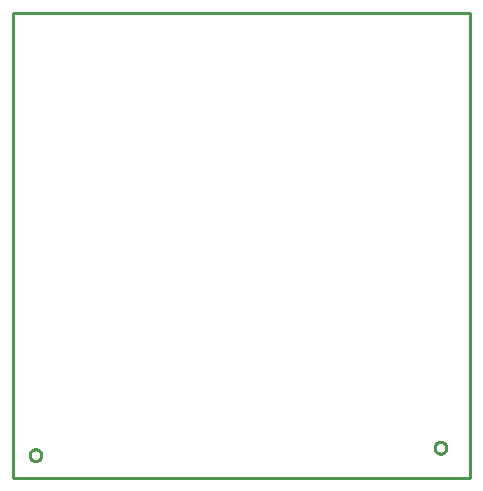
<source format=gbr>
G04 EAGLE Gerber X2 export*
%TF.Part,Single*%
%TF.FileFunction,Profile,NP*%
%TF.FilePolarity,Positive*%
%TF.GenerationSoftware,Autodesk,EAGLE,8.6.0*%
%TF.CreationDate,2018-03-02T20:01:04Z*%
G75*
%MOMM*%
%FSLAX34Y34*%
%LPD*%
%AMOC8*
5,1,8,0,0,1.08239X$1,22.5*%
G01*
%ADD10C,0.254000*%


D10*
X-12700Y-6350D02*
X374600Y-6350D01*
X374600Y387300D01*
X-12700Y387300D01*
X-12700Y-6350D01*
X354250Y18769D02*
X354187Y18211D01*
X354062Y17664D01*
X353877Y17134D01*
X353633Y16628D01*
X353334Y16152D01*
X352984Y15713D01*
X352587Y15316D01*
X352148Y14966D01*
X351672Y14667D01*
X351166Y14423D01*
X350636Y14238D01*
X350089Y14113D01*
X349531Y14050D01*
X348969Y14050D01*
X348411Y14113D01*
X347864Y14238D01*
X347334Y14423D01*
X346828Y14667D01*
X346352Y14966D01*
X345913Y15316D01*
X345516Y15713D01*
X345166Y16152D01*
X344867Y16628D01*
X344623Y17134D01*
X344438Y17664D01*
X344313Y18211D01*
X344250Y18769D01*
X344250Y19331D01*
X344313Y19889D01*
X344438Y20436D01*
X344623Y20966D01*
X344867Y21472D01*
X345166Y21948D01*
X345516Y22387D01*
X345913Y22784D01*
X346352Y23134D01*
X346828Y23433D01*
X347334Y23677D01*
X347864Y23862D01*
X348411Y23987D01*
X348969Y24050D01*
X349531Y24050D01*
X350089Y23987D01*
X350636Y23862D01*
X351166Y23677D01*
X351672Y23433D01*
X352148Y23134D01*
X352587Y22784D01*
X352984Y22387D01*
X353334Y21948D01*
X353633Y21472D01*
X353877Y20966D01*
X354062Y20436D01*
X354187Y19889D01*
X354250Y19331D01*
X354250Y18769D01*
X11350Y12419D02*
X11287Y11861D01*
X11162Y11314D01*
X10977Y10784D01*
X10733Y10278D01*
X10434Y9802D01*
X10084Y9363D01*
X9687Y8966D01*
X9248Y8616D01*
X8772Y8317D01*
X8266Y8073D01*
X7736Y7888D01*
X7189Y7763D01*
X6631Y7700D01*
X6069Y7700D01*
X5511Y7763D01*
X4964Y7888D01*
X4434Y8073D01*
X3928Y8317D01*
X3452Y8616D01*
X3013Y8966D01*
X2616Y9363D01*
X2266Y9802D01*
X1967Y10278D01*
X1723Y10784D01*
X1538Y11314D01*
X1413Y11861D01*
X1350Y12419D01*
X1350Y12981D01*
X1413Y13539D01*
X1538Y14086D01*
X1723Y14616D01*
X1967Y15122D01*
X2266Y15598D01*
X2616Y16037D01*
X3013Y16434D01*
X3452Y16784D01*
X3928Y17083D01*
X4434Y17327D01*
X4964Y17512D01*
X5511Y17637D01*
X6069Y17700D01*
X6631Y17700D01*
X7189Y17637D01*
X7736Y17512D01*
X8266Y17327D01*
X8772Y17083D01*
X9248Y16784D01*
X9687Y16434D01*
X10084Y16037D01*
X10434Y15598D01*
X10733Y15122D01*
X10977Y14616D01*
X11162Y14086D01*
X11287Y13539D01*
X11350Y12981D01*
X11350Y12419D01*
X354250Y18769D02*
X354187Y18211D01*
X354062Y17664D01*
X353877Y17134D01*
X353633Y16628D01*
X353334Y16152D01*
X352984Y15713D01*
X352587Y15316D01*
X352148Y14966D01*
X351672Y14667D01*
X351166Y14423D01*
X350636Y14238D01*
X350089Y14113D01*
X349531Y14050D01*
X348969Y14050D01*
X348411Y14113D01*
X347864Y14238D01*
X347334Y14423D01*
X346828Y14667D01*
X346352Y14966D01*
X345913Y15316D01*
X345516Y15713D01*
X345166Y16152D01*
X344867Y16628D01*
X344623Y17134D01*
X344438Y17664D01*
X344313Y18211D01*
X344250Y18769D01*
X344250Y19331D01*
X344313Y19889D01*
X344438Y20436D01*
X344623Y20966D01*
X344867Y21472D01*
X345166Y21948D01*
X345516Y22387D01*
X345913Y22784D01*
X346352Y23134D01*
X346828Y23433D01*
X347334Y23677D01*
X347864Y23862D01*
X348411Y23987D01*
X348969Y24050D01*
X349531Y24050D01*
X350089Y23987D01*
X350636Y23862D01*
X351166Y23677D01*
X351672Y23433D01*
X352148Y23134D01*
X352587Y22784D01*
X352984Y22387D01*
X353334Y21948D01*
X353633Y21472D01*
X353877Y20966D01*
X354062Y20436D01*
X354187Y19889D01*
X354250Y19331D01*
X354250Y18769D01*
X11350Y12419D02*
X11287Y11861D01*
X11162Y11314D01*
X10977Y10784D01*
X10733Y10278D01*
X10434Y9802D01*
X10084Y9363D01*
X9687Y8966D01*
X9248Y8616D01*
X8772Y8317D01*
X8266Y8073D01*
X7736Y7888D01*
X7189Y7763D01*
X6631Y7700D01*
X6069Y7700D01*
X5511Y7763D01*
X4964Y7888D01*
X4434Y8073D01*
X3928Y8317D01*
X3452Y8616D01*
X3013Y8966D01*
X2616Y9363D01*
X2266Y9802D01*
X1967Y10278D01*
X1723Y10784D01*
X1538Y11314D01*
X1413Y11861D01*
X1350Y12419D01*
X1350Y12981D01*
X1413Y13539D01*
X1538Y14086D01*
X1723Y14616D01*
X1967Y15122D01*
X2266Y15598D01*
X2616Y16037D01*
X3013Y16434D01*
X3452Y16784D01*
X3928Y17083D01*
X4434Y17327D01*
X4964Y17512D01*
X5511Y17637D01*
X6069Y17700D01*
X6631Y17700D01*
X7189Y17637D01*
X7736Y17512D01*
X8266Y17327D01*
X8772Y17083D01*
X9248Y16784D01*
X9687Y16434D01*
X10084Y16037D01*
X10434Y15598D01*
X10733Y15122D01*
X10977Y14616D01*
X11162Y14086D01*
X11287Y13539D01*
X11350Y12981D01*
X11350Y12419D01*
M02*

</source>
